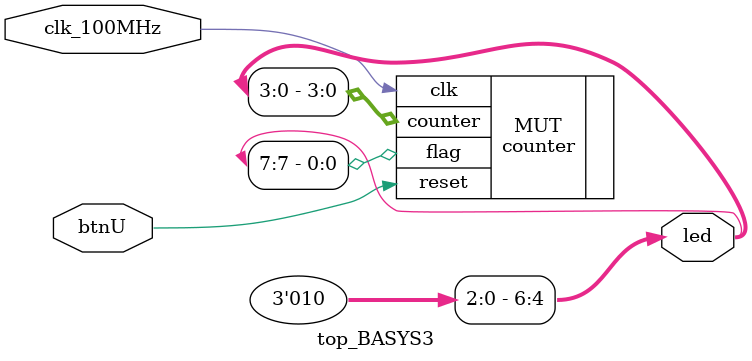
<source format=v>



`default_nettype none

module top_BASYS3(
	//input [15:0] sw,
	input wire clk_100MHz,
	//input wire btnC,
	input wire btnU,
	//input wire btnL,
	//input wire btnR,
	//input wire btnD,
	
	output wire [7:0] led
	//output wire [3:0] an,
	//output wire [6:0] seg
	);
	
	//default
	
	
	
	counter MUT(
	.clk(clk_100MHz),
	.reset(btnU),
	.counter(led[3:0]),
	.flag(led[7])
	);
	defparam MUT.COUNTER_WIDTH = 4;
	
	assign led[4] = 1'b0;
	assign led[5] = 1'b1;
	assign led[6] = 1'b0;
	
	//assign led <= 4'h0000;
	//assign an = 1'h0;
	//assign seg = 7'b0000000;


endmodule



</source>
